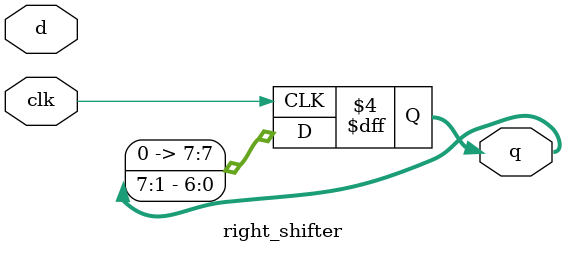
<source format=v>
module right_shifter(clk, q,d);  

    input  clk;  
    input d;  
    output  [7:0] q;  
    reg   [7:0]  q; 
    initial q = 0;

    always @(posedge clk)
          begin
            q <= (q >> 1);
            q[8] <= d;
          end  

endmodule
</source>
